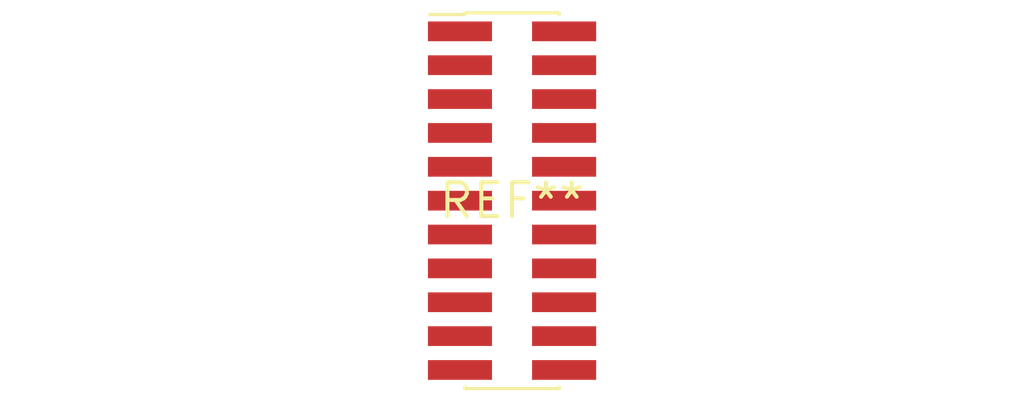
<source format=kicad_pcb>
(kicad_pcb (version 20240108) (generator pcbnew)
  (layers (0 "F.Cu" signal) (31 "B.Cu" signal) (34 "B.Paste" user) (35 "F.Paste" user) (36 "B.SilkS" user "B.Silkscreen") (37 "F.SilkS" user "F.Silkscreen") (38 "B.Mask" user) (39 "F.Mask" user) (44 "Edge.Cuts" user))
  (net 0 "")
  (footprint "PinHeader_2x11_P1.27mm_Vertical_SMD" (layer "F.Cu") (at 0 0)
    (property "Reference" "REF**")
    (property "Value" "PinHeader_2x11_P1.27mm_Vertical_SMD")
    (fp_line (start -3.09 -6.98) (end -1.765 -6.98) (layer "F.SilkS") (stroke (width 0.12)))
    (fp_line (start -1.765 -7.045) (end -1.765 -6.98) (layer "F.SilkS") (stroke (width 0.12)))
    (fp_line (start -1.765 -7.045) (end 1.765 -7.045) (layer "F.SilkS") (stroke (width 0.12)))
    (fp_line (start -1.765 6.98) (end -1.765 7.045) (layer "F.SilkS") (stroke (width 0.12)))
    (fp_line (start -1.765 7.045) (end 1.765 7.045) (layer "F.SilkS") (stroke (width 0.12)))
    (fp_line (start 1.765 -7.045) (end 1.765 -6.98) (layer "F.SilkS") (stroke (width 0.12)))
    (fp_line (start 1.765 6.98) (end 1.765 7.045) (layer "F.SilkS") (stroke (width 0.12)))
    (pad "1" smd rect (at -1.95 -6.35) (size 2.4 0.74) (layers "F.Cu" "F.Paste" "F.Mask"))
    (pad "2" smd rect (at 1.95 -6.35) (size 2.4 0.74) (layers "F.Cu" "F.Paste" "F.Mask"))
    (pad "3" smd rect (at -1.95 -5.08) (size 2.4 0.74) (layers "F.Cu" "F.Paste" "F.Mask"))
    (pad "4" smd rect (at 1.95 -5.08) (size 2.4 0.74) (layers "F.Cu" "F.Paste" "F.Mask"))
    (pad "5" smd rect (at -1.95 -3.81) (size 2.4 0.74) (layers "F.Cu" "F.Paste" "F.Mask"))
    (pad "6" smd rect (at 1.95 -3.81) (size 2.4 0.74) (layers "F.Cu" "F.Paste" "F.Mask"))
    (pad "7" smd rect (at -1.95 -2.54) (size 2.4 0.74) (layers "F.Cu" "F.Paste" "F.Mask"))
    (pad "8" smd rect (at 1.95 -2.54) (size 2.4 0.74) (layers "F.Cu" "F.Paste" "F.Mask"))
    (pad "9" smd rect (at -1.95 -1.27) (size 2.4 0.74) (layers "F.Cu" "F.Paste" "F.Mask"))
    (pad "10" smd rect (at 1.95 -1.27) (size 2.4 0.74) (layers "F.Cu" "F.Paste" "F.Mask"))
    (pad "11" smd rect (at -1.95 0) (size 2.4 0.74) (layers "F.Cu" "F.Paste" "F.Mask"))
    (pad "12" smd rect (at 1.95 0) (size 2.4 0.74) (layers "F.Cu" "F.Paste" "F.Mask"))
    (pad "13" smd rect (at -1.95 1.27) (size 2.4 0.74) (layers "F.Cu" "F.Paste" "F.Mask"))
    (pad "14" smd rect (at 1.95 1.27) (size 2.4 0.74) (layers "F.Cu" "F.Paste" "F.Mask"))
    (pad "15" smd rect (at -1.95 2.54) (size 2.4 0.74) (layers "F.Cu" "F.Paste" "F.Mask"))
    (pad "16" smd rect (at 1.95 2.54) (size 2.4 0.74) (layers "F.Cu" "F.Paste" "F.Mask"))
    (pad "17" smd rect (at -1.95 3.81) (size 2.4 0.74) (layers "F.Cu" "F.Paste" "F.Mask"))
    (pad "18" smd rect (at 1.95 3.81) (size 2.4 0.74) (layers "F.Cu" "F.Paste" "F.Mask"))
    (pad "19" smd rect (at -1.95 5.08) (size 2.4 0.74) (layers "F.Cu" "F.Paste" "F.Mask"))
    (pad "20" smd rect (at 1.95 5.08) (size 2.4 0.74) (layers "F.Cu" "F.Paste" "F.Mask"))
    (pad "21" smd rect (at -1.95 6.35) (size 2.4 0.74) (layers "F.Cu" "F.Paste" "F.Mask"))
    (pad "22" smd rect (at 1.95 6.35) (size 2.4 0.74) (layers "F.Cu" "F.Paste" "F.Mask"))
  )
)
</source>
